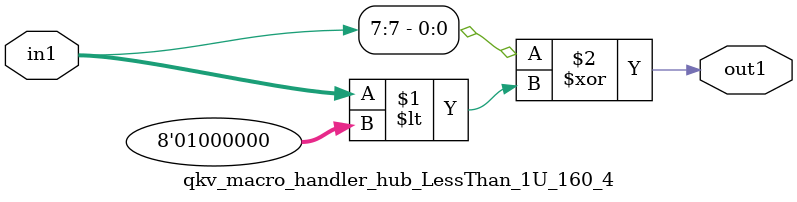
<source format=v>

`timescale 1ps / 1ps


module qkv_macro_handler_hub_LessThan_1U_160_4( in1, out1 );

    input [7:0] in1;
    output out1;

    
    // rtl_process:qkv_macro_handler_hub_LessThan_1U_94_4/qkv_macro_handler_hub_LessThan_1U_94_4_thread_1
    assign out1 = (in1[7] ^ in1 < 8'd064);

endmodule





</source>
